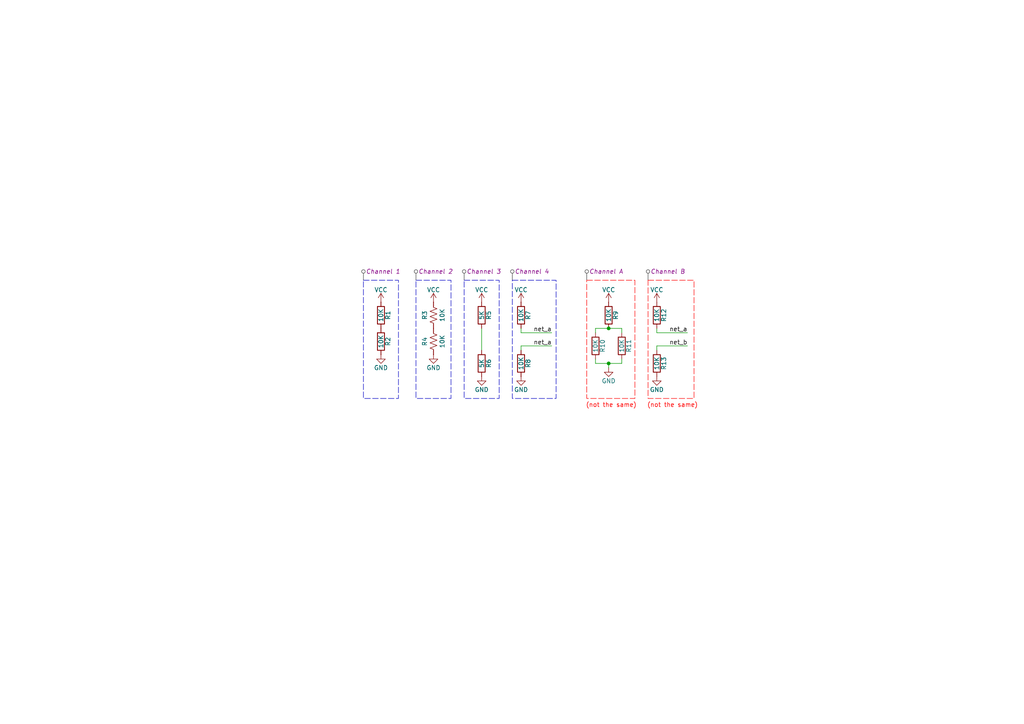
<source format=kicad_sch>
(kicad_sch (version 20250114) (generator "eeschema") (generator_version "9.0")
  (paper "A4")
  (lib_symbols
    (symbol "Device:R" (pin_numbers (hide yes)) (pin_names (offset 0))
      (property "Reference" "R" (at 2.032 0 90))
      (property "Value" "R" (at 0 0 90))
      (symbol "R_0_1"
        (rectangle (start -1.016 -2.54) (end 1.016 2.54) (stroke (width 0.254)))
      )
      (symbol "R_1_1"
        (pin passive line (at 0 3.81 270) (length 1.27) (name "~") (number "1"))
        (pin passive line (at 0 -3.81 90) (length 1.27) (name "~") (number "2"))
      )
    )
    (symbol "Device:R_US" (pin_numbers (hide yes)) (pin_names (offset 0))
      (property "Reference" "R" (at 2.54 0 90))
      (property "Value" "R_US" (at -2.54 0 90))
      (symbol "R_US_0_1"
        (polyline (pts (xy 0 2.286) (xy 1.016 1.905) (xy 0 1.524) (xy -1.016 1.143) (xy 0 0.762)))
        (polyline (pts (xy 0 2.286) (xy 0 2.54)))
        (polyline (pts (xy 0 0.762) (xy 1.016 0.381) (xy 0 0) (xy -1.016 -0.381) (xy 0 -0.762)))
        (polyline (pts (xy 0 -0.762) (xy 1.016 -1.143) (xy 0 -1.524) (xy -1.016 -1.905) (xy 0 -2.286)))
        (polyline (pts (xy 0 -2.286) (xy 0 -2.54)))
      )
      (symbol "R_US_1_1"
        (pin passive line (at 0 3.81 270) (length 1.27) (name "~") (number "1"))
        (pin passive line (at 0 -3.81 90) (length 1.27) (name "~") (number "2"))
      )
    )
    (symbol "power:GND" (power) (pin_numbers (hide yes)) (pin_names (offset 0) (hide yes))
      (property "Value" "GND" (at 0 -3.81 0))
      (symbol "GND_0_1"
        (polyline (pts (xy 0 0) (xy 0 -1.27) (xy 1.27 -1.27) (xy 0 -2.54) (xy -1.27 -1.27) (xy 0 -1.27)))
      )
      (symbol "GND_1_1"
        (pin power_in line (at 0 0 270) (length 0) (name "~") (number "1"))
      )
    )
    (symbol "power:VCC" (power) (pin_numbers (hide yes)) (pin_names (offset 0) (hide yes))
      (property "Value" "VCC" (at 0 3.556 0))
      (symbol "VCC_0_1"
        (polyline (pts (xy -0.762 1.27) (xy 0 2.54)))
        (polyline (pts (xy 0 2.54) (xy 0.762 1.27)))
        (polyline (pts (xy 0 0) (xy 0 2.54)))
      )
      (symbol "VCC_1_1"
        (pin power_in line (at 0 0 90) (length 0) (name "~") (number "1"))
      )
    )
  )
  (text "(not the same)" (at 195.072 117.602 0) (effects (font (size 1.27 1.27))))
  (text "(not the same)" (at 177.292 117.602 0) (effects (font (size 1.27 1.27))))
  (junction (at 176.53 105.41))
  (junction (at 176.53 95.25))
  (wire (pts (xy 172.72 104.14) (xy 172.72 105.41)))
  (wire (pts (xy 139.7 95.25) (xy 139.7 101.6)))
  (wire (pts (xy 180.34 95.25) (xy 176.53 95.25)))
  (wire (pts (xy 190.5 100.33) (xy 199.39 100.33)))
  (wire (pts (xy 172.72 105.41) (xy 176.53 105.41)))
  (wire (pts (xy 176.53 105.41) (xy 180.34 105.41)))
  (wire (pts (xy 190.5 96.52) (xy 199.39 96.52)))
  (wire (pts (xy 172.72 96.52) (xy 172.72 95.25)))
  (wire (pts (xy 176.53 106.68) (xy 176.53 105.41)))
  (wire (pts (xy 151.13 100.33) (xy 151.13 101.6)))
  (wire (pts (xy 180.34 105.41) (xy 180.34 104.14)))
  (wire (pts (xy 190.5 96.52) (xy 190.5 95.25)))
  (wire (pts (xy 172.72 95.25) (xy 176.53 95.25)))
  (wire (pts (xy 151.13 100.33) (xy 160.02 100.33)))
  (wire (pts (xy 151.13 96.52) (xy 160.02 96.52)))
  (wire (pts (xy 190.5 100.33) (xy 190.5 101.6)))
  (wire (pts (xy 151.13 96.52) (xy 151.13 95.25)))
  (wire (pts (xy 180.34 96.52) (xy 180.34 95.25)))
  (label "net_a" (at 199.39 96.52 180))
  (label "net_a" (at 160.02 100.33 180))
  (label "net_b" (at 199.39 100.33 180))
  (label "net_a" (at 160.02 96.52 180))
  (rule_area (polyline (pts (xy 170.18 81.28) (xy 184.15 81.28) (xy 184.15 115.57) (xy 170.18 115.57)) (stroke (width 0) (type dash))))
  (rule_area (polyline (pts (xy 105.41 81.28) (xy 115.57 81.28) (xy 115.57 115.57) (xy 105.41 115.57)) (stroke (width 0) (type dash) (color 0 0 194 1))))
  (rule_area (polyline (pts (xy 187.96 81.28) (xy 201.295 81.28) (xy 201.295 115.57) (xy 187.96 115.57)) (stroke (width 0) (type dash))))
  (rule_area (polyline (pts (xy 120.65 81.28) (xy 130.81 81.28) (xy 130.81 115.57) (xy 120.65 115.57)) (stroke (width 0) (type dash) (color 0 0 194 1))))
  (rule_area (polyline (pts (xy 134.62 81.28) (xy 144.78 81.28) (xy 144.78 115.57) (xy 134.62 115.57)) (stroke (width 0) (type dash) (color 0 0 194 1))))
  (rule_area (polyline (pts (xy 148.59 81.28) (xy 161.29 81.28) (xy 161.29 115.57) (xy 148.59 115.57)) (stroke (width 0) (type dash) (color 0 0 194 1))))
  (netclass_flag "" (length 2.54) (shape round) (at 148.59 81.28 0) (property "Component Class" "Channel 4" (at 149.2885 78.74 0) (effects (font (italic yes)) (justify left))))
  (netclass_flag "" (length 2.54) (shape round) (at 105.41 81.28 0) (property "Component Class" "Channel 1" (at 106.1085 78.74 0) (effects (font (italic yes)) (justify left))))
  (netclass_flag "" (length 2.54) (shape round) (at 170.18 81.28 0) (property "Component Class" "Channel A" (at 170.8785 78.74 0) (effects (font (italic yes)) (justify left))))
  (netclass_flag "" (length 2.54) (shape round) (at 120.65 81.28 0) (property "Component Class" "Channel 2" (at 121.3485 78.74 0) (effects (font (italic yes)) (justify left))))
  (netclass_flag "" (length 2.54) (shape round) (at 134.62 81.28 0) (property "Component Class" "Channel 3" (at 135.3185 78.74 0) (effects (font (italic yes)) (justify left))))
  (netclass_flag "" (length 2.54) (shape round) (at 187.96 81.28 0) (property "Component Class" "Channel B" (at 188.6585 78.74 0) (effects (font (italic yes)) (justify left))))
  (symbol (lib_id "Device:R") (at 151.13 105.41 0) (unit 1)
    (property "Reference" "R8" (at 153.162 105.41 90))
    (property "Value" "10K" (at 151.13 105.41 90))
    (property "Description" "Resistor" (effects (hide yes)))
  )
  (symbol (lib_id "Device:R") (at 180.34 100.33 0) (unit 1)
    (property "Reference" "R11" (at 182.372 100.33 90))
    (property "Value" "10K" (at 180.34 100.33 90))
    (property "Description" "Resistor" (effects (hide yes)))
  )
  (symbol (lib_id "Device:R") (at 139.7 105.41 0) (unit 1)
    (property "Reference" "R6" (at 141.732 105.41 90))
    (property "Value" "5K" (at 139.7 105.41 90))
    (property "Description" "Resistor" (effects (hide yes)))
  )
  (symbol (lib_id "power:GND") (at 151.13 109.22 0) (unit 1)
    (property "Reference" "#PWR06" (effects (hide yes)))
    (property "Value" "GND" (at 151.13 113.03 0))
    (property "Description" "Power symbol creates a global label with name \"GND\" , ground" (effects (hide yes)))
  )
  (symbol (lib_id "Device:R") (at 190.5 105.41 0) (unit 1)
    (property "Reference" "R13" (at 192.532 105.41 90))
    (property "Value" "10K" (at 190.5 105.41 90))
    (property "Description" "Resistor" (effects (hide yes)))
  )
  (symbol (lib_id "Device:R") (at 190.5 91.44 0) (unit 1)
    (property "Reference" "R12" (at 192.532 91.44 90))
    (property "Value" "10K" (at 190.5 91.44 90))
    (property "Description" "Resistor" (effects (hide yes)))
  )
  (symbol (lib_id "Device:R") (at 139.7 91.44 0) (unit 1)
    (property "Reference" "R5" (at 141.732 91.44 90))
    (property "Value" "5K" (at 139.7 91.44 90))
    (property "Description" "Resistor" (effects (hide yes)))
  )
  (symbol (lib_id "Device:R") (at 110.49 99.06 0) (unit 1)
    (property "Reference" "R2" (at 112.522 99.06 90))
    (property "Value" "10K" (at 110.49 99.06 90))
    (property "Description" "Resistor" (effects (hide yes)))
  )
  (symbol (lib_id "power:GND") (at 190.5 109.22 0) (unit 1)
    (property "Reference" "#PWR012" (effects (hide yes)))
    (property "Value" "GND" (at 190.5 113.03 0))
    (property "Description" "Power symbol creates a global label with name \"GND\" , ground" (effects (hide yes)))
  )
  (symbol (lib_id "power:VCC") (at 176.53 87.63 0) (unit 1)
    (property "Reference" "#PWR09" (effects (hide yes)))
    (property "Value" "VCC" (at 176.53 84.074 0))
    (property "Description" "Power symbol creates a global label with name \"VCC\"" (effects (hide yes)))
  )
  (symbol (lib_id "power:VCC") (at 125.73 87.63 0) (unit 1)
    (property "Reference" "#PWR07" (effects (hide yes)))
    (property "Value" "VCC" (at 125.73 84.074 0))
    (property "Description" "Power symbol creates a global label with name \"VCC\"" (effects (hide yes)))
  )
  (symbol (lib_id "Device:R_US") (at 125.73 91.44 0) (unit 1)
    (property "Reference" "R3" (at 123.19 91.44 90))
    (property "Value" "10K" (at 128.27 91.44 90))
    (property "Description" "Resistor, US symbol" (effects (hide yes)))
  )
  (symbol (lib_id "power:GND") (at 110.49 102.87 0) (unit 1)
    (property "Reference" "#PWR02" (effects (hide yes)))
    (property "Value" "GND" (at 110.49 106.68 0))
    (property "Description" "Power symbol creates a global label with name \"GND\" , ground" (effects (hide yes)))
  )
  (symbol (lib_id "Device:R") (at 110.49 91.44 0) (unit 1)
    (property "Reference" "R1" (at 112.522 91.44 90))
    (property "Value" "10K" (at 110.49 91.44 90))
    (property "Description" "Resistor" (effects (hide yes)))
  )
  (symbol (lib_id "Device:R_US") (at 125.73 99.06 0) (unit 1)
    (property "Reference" "R4" (at 123.19 99.06 90))
    (property "Value" "10K" (at 128.27 99.06 90))
    (property "Description" "Resistor, US symbol" (effects (hide yes)))
  )
  (symbol (lib_id "power:VCC") (at 151.13 87.63 0) (unit 1)
    (property "Reference" "#PWR05" (effects (hide yes)))
    (property "Value" "VCC" (at 151.13 84.074 0))
    (property "Description" "Power symbol creates a global label with name \"VCC\"" (effects (hide yes)))
  )
  (symbol (lib_id "Device:R") (at 176.53 91.44 0) (unit 1)
    (property "Reference" "R9" (at 178.562 91.44 90))
    (property "Value" "10K" (at 176.53 91.44 90))
    (property "Description" "Resistor" (effects (hide yes)))
  )
  (symbol (lib_id "power:GND") (at 176.53 106.68 0) (unit 1)
    (property "Reference" "#PWR010" (effects (hide yes)))
    (property "Value" "GND" (at 176.53 110.49 0))
    (property "Description" "Power symbol creates a global label with name \"GND\" , ground" (effects (hide yes)))
  )
  (symbol (lib_id "power:VCC") (at 110.49 87.63 0) (unit 1)
    (property "Reference" "#PWR01" (effects (hide yes)))
    (property "Value" "VCC" (at 110.49 84.074 0))
    (property "Description" "Power symbol creates a global label with name \"VCC\"" (effects (hide yes)))
  )
  (symbol (lib_id "Device:R") (at 172.72 100.33 0) (unit 1)
    (property "Reference" "R10" (at 174.752 100.33 90))
    (property "Value" "10K" (at 172.72 100.33 90))
    (property "Description" "Resistor" (effects (hide yes)))
  )
  (symbol (lib_id "power:GND") (at 125.73 102.87 0) (unit 1)
    (property "Reference" "#PWR08" (effects (hide yes)))
    (property "Value" "GND" (at 125.73 106.68 0))
    (property "Description" "Power symbol creates a global label with name \"GND\" , ground" (effects (hide yes)))
  )
  (symbol (lib_id "power:GND") (at 139.7 109.22 0) (unit 1)
    (property "Reference" "#PWR04" (effects (hide yes)))
    (property "Value" "GND" (at 139.7 113.03 0))
    (property "Description" "Power symbol creates a global label with name \"GND\" , ground" (effects (hide yes)))
  )
  (symbol (lib_id "power:VCC") (at 190.5 87.63 0) (unit 1)
    (property "Reference" "#PWR011" (effects (hide yes)))
    (property "Value" "VCC" (at 190.5 84.074 0))
    (property "Description" "Power symbol creates a global label with name \"VCC\"" (effects (hide yes)))
  )
  (symbol (lib_id "power:VCC") (at 139.7 87.63 0) (unit 1)
    (property "Reference" "#PWR03" (effects (hide yes)))
    (property "Value" "VCC" (at 139.7 84.074 0))
    (property "Description" "Power symbol creates a global label with name \"VCC\"" (effects (hide yes)))
  )
  (symbol (lib_id "Device:R") (at 151.13 91.44 0) (unit 1)
    (property "Reference" "R7" (at 153.162 91.44 90))
    (property "Value" "10K" (at 151.13 91.44 90))
    (property "Description" "Resistor" (effects (hide yes)))
  )
)
</source>
